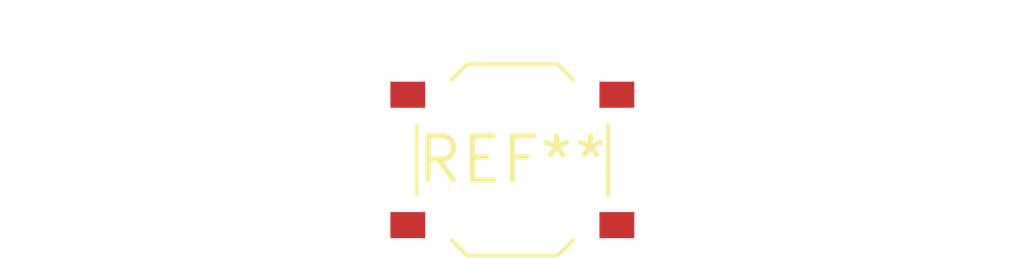
<source format=kicad_pcb>
(kicad_pcb (version 20240108) (generator pcbnew)
  (layers (0 "F.Cu" signal) (31 "B.Cu" signal) (34 "B.Paste" user) (35 "F.Paste" user) (36 "B.SilkS" user "B.Silkscreen") (37 "F.SilkS" user "F.Silkscreen") (38 "B.Mask" user) (39 "F.Mask" user) (44 "Edge.Cuts" user))
  (net 0 "")
  (footprint "SW_Push_1P1T_XKB_TS-1187A" (layer "F.Cu") (at 0 0)
    (property "Reference" "REF**")
    (property "Value" "SW_Push_1P1T_XKB_TS-1187A")
    (fp_line (start -2.75 -1) (end -2.75 1) (layer "F.SilkS") (stroke (width 0.12)))
    (fp_line (start -1.75 -2.3) (end -1.3 -2.75) (layer "F.SilkS") (stroke (width 0.12)))
    (fp_line (start -1.75 2.3) (end -1.3 2.75) (layer "F.SilkS") (stroke (width 0.12)))
    (fp_line (start -1.3 -2.75) (end 1.3 -2.75) (layer "F.SilkS") (stroke (width 0.12)))
    (fp_line (start -1.3 2.75) (end 1.3 2.75) (layer "F.SilkS") (stroke (width 0.12)))
    (fp_line (start 1.75 -2.3) (end 1.3 -2.75) (layer "F.SilkS") (stroke (width 0.12)))
    (fp_line (start 1.75 2.3) (end 1.3 2.75) (layer "F.SilkS") (stroke (width 0.12)))
    (fp_line (start 2.75 -1) (end 2.75 1) (layer "F.SilkS") (stroke (width 0.12)))
    (pad "1" smd rect (at -3 -1.875) (size 1 0.75) (layers "F.Cu" "F.Paste" "F.Mask"))
    (pad "1" smd rect (at 3 -1.875) (size 1 0.75) (layers "F.Cu" "F.Paste" "F.Mask"))
    (pad "2" smd rect (at -3 1.875) (size 1 0.75) (layers "F.Cu" "F.Paste" "F.Mask"))
    (pad "2" smd rect (at 3 1.875) (size 1 0.75) (layers "F.Cu" "F.Paste" "F.Mask"))
  )
)
</source>
